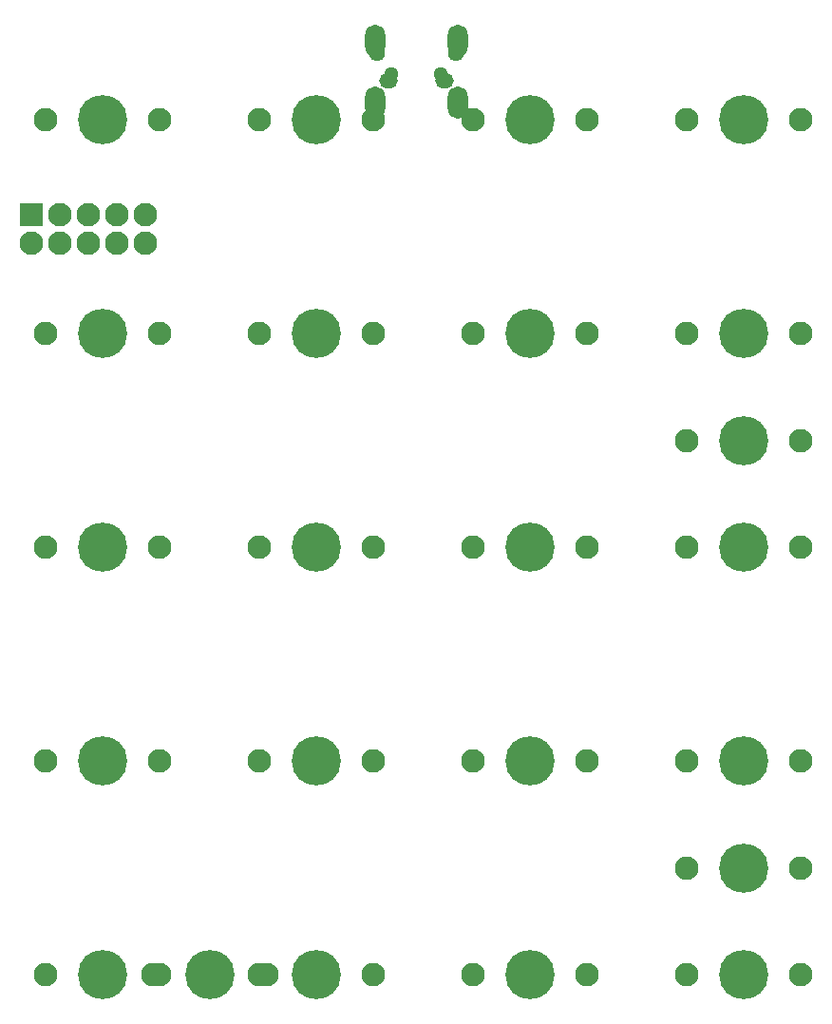
<source format=gbr>
G04 #@! TF.GenerationSoftware,KiCad,Pcbnew,(5.1.2)-1*
G04 #@! TF.CreationDate,2019-05-27T14:02:08+07:00*
G04 #@! TF.ProjectId,numpad,6e756d70-6164-42e6-9b69-6361645f7063,rev?*
G04 #@! TF.SameCoordinates,Original*
G04 #@! TF.FileFunction,Soldermask,Top*
G04 #@! TF.FilePolarity,Negative*
%FSLAX46Y46*%
G04 Gerber Fmt 4.6, Leading zero omitted, Abs format (unit mm)*
G04 Created by KiCad (PCBNEW (5.1.2)-1) date 2019-05-27 14:02:08*
%MOMM*%
%LPD*%
G04 APERTURE LIST*
%ADD10O,1.800000X2.900000*%
%ADD11C,1.300000*%
%ADD12C,2.100000*%
%ADD13R,2.100000X2.100000*%
%ADD14C,2.101800*%
%ADD15C,4.387800*%
%ADD16O,1.400000X1.950000*%
%ADD17O,1.650000X1.350000*%
G04 APERTURE END LIST*
D10*
X76106326Y-25150433D03*
D11*
X74606326Y-22650433D03*
X70206326Y-22650433D03*
D10*
X76106326Y-19650433D03*
X68706326Y-19650433D03*
X68706326Y-25150433D03*
D12*
X43188146Y-37739333D03*
X43188146Y-35199333D03*
X40648146Y-37739333D03*
X40648146Y-35199333D03*
X38108146Y-37739333D03*
D13*
X38108146Y-35199333D03*
D12*
X45728146Y-37739333D03*
X48268146Y-37739333D03*
X45728146Y-35199333D03*
X48268146Y-35199333D03*
D14*
X49536326Y-26740433D03*
X39376326Y-26740433D03*
D15*
X44456326Y-26740433D03*
X44456326Y-45790433D03*
D14*
X39376326Y-45790433D03*
X49536326Y-45790433D03*
X49536326Y-64840433D03*
X39376326Y-64840433D03*
D15*
X44456326Y-64840433D03*
D14*
X49536326Y-83890433D03*
X39376326Y-83890433D03*
D15*
X44456326Y-83890433D03*
D14*
X49536326Y-102940433D03*
X39376326Y-102940433D03*
D15*
X44456326Y-102940433D03*
D14*
X59061326Y-102940433D03*
X48901326Y-102940433D03*
D15*
X53981326Y-102940433D03*
D14*
X68586326Y-26740433D03*
X58426326Y-26740433D03*
D15*
X63506326Y-26740433D03*
X63506326Y-45790433D03*
D14*
X58426326Y-45790433D03*
X68586326Y-45790433D03*
D15*
X63506326Y-64840433D03*
D14*
X58426326Y-64840433D03*
X68586326Y-64840433D03*
X68586326Y-83890433D03*
X58426326Y-83890433D03*
D15*
X63506326Y-83890433D03*
X63506326Y-102940433D03*
D14*
X58426326Y-102940433D03*
X68586326Y-102940433D03*
X87636326Y-26740433D03*
X77476326Y-26740433D03*
D15*
X82556326Y-26740433D03*
D14*
X87636326Y-45790433D03*
X77476326Y-45790433D03*
D15*
X82556326Y-45790433D03*
X82556326Y-64840433D03*
D14*
X77476326Y-64840433D03*
X87636326Y-64840433D03*
X87636326Y-83890433D03*
X77476326Y-83890433D03*
D15*
X82556326Y-83890433D03*
X82556326Y-102940433D03*
D14*
X77476326Y-102940433D03*
X87636326Y-102940433D03*
X106686326Y-26740433D03*
X96526326Y-26740433D03*
D15*
X101606326Y-26740433D03*
X101606326Y-64840433D03*
D14*
X96526326Y-64840433D03*
X106686326Y-64840433D03*
D15*
X101606326Y-45790433D03*
D14*
X96526326Y-45790433D03*
X106686326Y-45790433D03*
D15*
X101606326Y-83890433D03*
D14*
X96526326Y-83890433D03*
X106686326Y-83890433D03*
D16*
X75895426Y-20522973D03*
X68895426Y-20522973D03*
D17*
X74895426Y-23222973D03*
X69895426Y-23222973D03*
D14*
X96526326Y-55315433D03*
X106686326Y-55315433D03*
D15*
X101606326Y-55315433D03*
X101606326Y-93415433D03*
D14*
X106686326Y-93415433D03*
X96526326Y-93415433D03*
D15*
X101606326Y-102940433D03*
D14*
X96526326Y-102940433D03*
X106686326Y-102940433D03*
M02*

</source>
